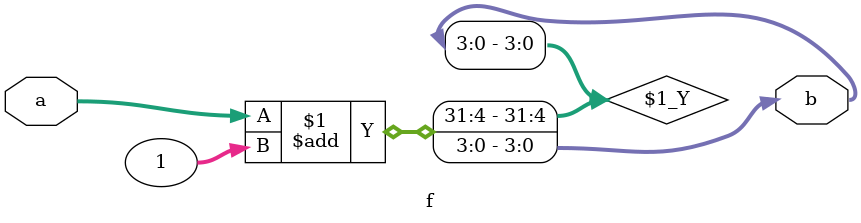
<source format=sv>
module f (input [3:0] a, output reg [3:0] b);
  assign b = a+1;
  
endmodule 
</source>
